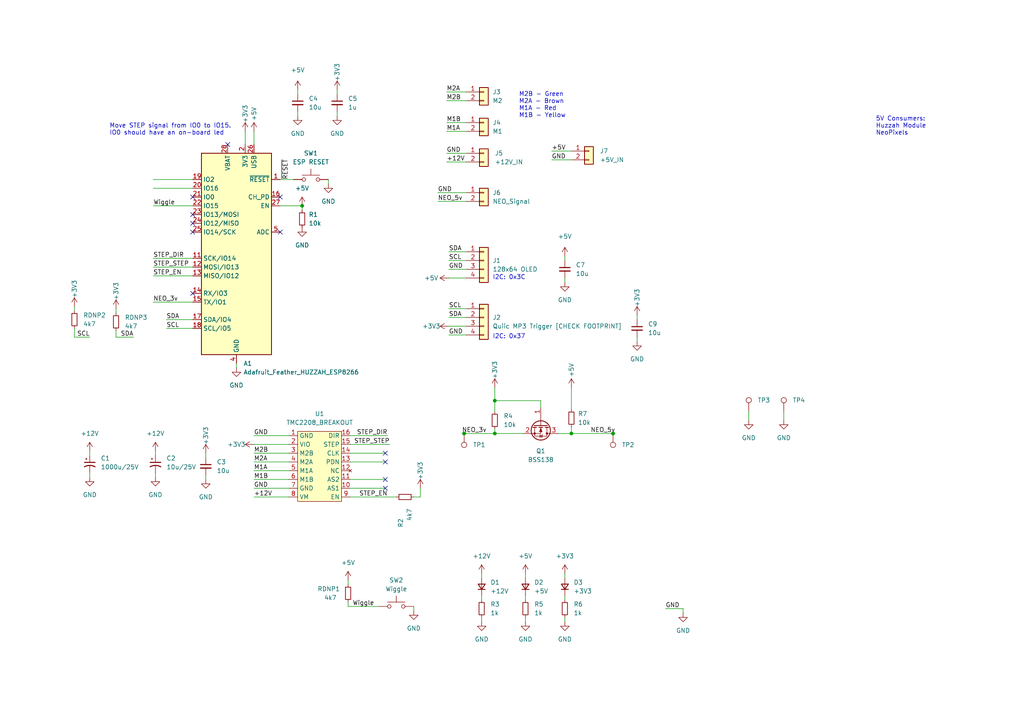
<source format=kicad_sch>
(kicad_sch (version 20211123) (generator eeschema)
  (paper "A4")
  (title_block (title "Treatbot 3.0") (date "2022-03-06") (rev "1") (company "twitch.tv/baldengineer.com"))
  (lib_symbols
    (symbol "Connector_Generic:Conn_01x02" (pin_names (offset 1.016) hide)
      (property "Reference" "J" (at 0 2.54 0))
      (property "Value" "Conn_01x02" (at 0 -5.08 0))
      (symbol "Conn_01x02_1_1"
        (rectangle (start -1.27 -2.413) (end 0 -2.667) (stroke (width 0.1524)))
        (rectangle (start -1.27 0.127) (end 0 -0.127) (stroke (width 0.1524)))
        (rectangle (start -1.27 1.27) (end 1.27 -3.81) (stroke (width 0.254)) (fill (type background)))
        (pin passive line (at -5.08 0 0) (length 3.81) (name "Pin_1") (number "1"))
        (pin passive line (at -5.08 -2.54 0) (length 3.81) (name "Pin_2") (number "2"))
      )
    )
    (symbol "Connector_Generic:Conn_01x04" (pin_names (offset 1.016) hide)
      (property "Reference" "J" (at 0 5.08 0))
      (property "Value" "Conn_01x04" (at 0 -7.62 0))
      (symbol "Conn_01x04_1_1"
        (rectangle (start -1.27 -4.953) (end 0 -5.207) (stroke (width 0.1524)))
        (rectangle (start -1.27 -2.413) (end 0 -2.667) (stroke (width 0.1524)))
        (rectangle (start -1.27 0.127) (end 0 -0.127) (stroke (width 0.1524)))
        (rectangle (start -1.27 2.667) (end 0 2.413) (stroke (width 0.1524)))
        (rectangle (start -1.27 3.81) (end 1.27 -6.35) (stroke (width 0.254)) (fill (type background)))
        (pin passive line (at -5.08 2.54 0) (length 3.81) (name "Pin_1") (number "1"))
        (pin passive line (at -5.08 0 0) (length 3.81) (name "Pin_2") (number "2"))
        (pin passive line (at -5.08 -2.54 0) (length 3.81) (name "Pin_3") (number "3"))
        (pin passive line (at -5.08 -5.08 0) (length 3.81) (name "Pin_4") (number "4"))
      )
    )
    (symbol "Device:C_Polarized_Small_US" (pin_numbers hide) (pin_names (offset 0.254) hide)
      (property "Reference" "C" (at 0.254 1.778 0))
      (property "Value" "C_Polarized_Small_US" (at 0.254 -2.032 0))
      (symbol "C_Polarized_Small_US_0_1"
        (polyline (pts (xy -1.524 0.508) (xy 1.524 0.508)) (stroke (width 0.3048)))
        (polyline (pts (xy -1.27 1.524) (xy -0.762 1.524)))
        (polyline (pts (xy -1.016 1.27) (xy -1.016 1.778)))
        (arc (start 1.524 -0.762) (mid 0 -0.3734) (end -1.524 -0.762) (stroke (width 0.3048)))
      )
      (symbol "C_Polarized_Small_US_1_1"
        (pin passive line (at 0 2.54 270) (length 2.032) (name "~") (number "1"))
        (pin passive line (at 0 -2.54 90) (length 2.032) (name "~") (number "2"))
      )
    )
    (symbol "MCU_Module:Adafruit_Feather_HUZZAH_ESP8266"
      (property "Reference" "A1" (at 2.0194 -33.02 0))
      (property "Value" "Adafruit_Feather_HUZZAH_ESP8266" (at 2.0194 -35.56 0))
      (symbol "Adafruit_Feather_HUZZAH_ESP8266_0_1"
        (rectangle (start -10.16 27.94) (end 10.16 -30.48) (stroke (width 0.254)) (fill (type background)))
      )
      (symbol "Adafruit_Feather_HUZZAH_ESP8266_1_1"
        (pin input line (at 12.7 20.32 180) (length 2.54) (name "~{RESET}") (number "1"))
        (pin no_connect line (at 10.16 -7.62 180) (length 2.54) hide (name "NC") (number "10"))
        (pin bidirectional line (at -12.7 -2.54 0) (length 2.54) (name "SCK/IO14") (number "11"))
        (pin bidirectional line (at -12.7 -5.08 0) (length 2.54) (name "MOSI/IO13") (number "12"))
        (pin bidirectional line (at -12.7 -7.62 0) (length 2.54) (name "MISO/IO12") (number "13"))
        (pin bidirectional line (at -12.7 -12.7 0) (length 2.54) (name "RX/IO3") (number "14"))
        (pin bidirectional line (at -12.7 -15.24 0) (length 2.54) (name "TX/IO1") (number "15"))
        (pin bidirectional line (at 12.7 15.24 180) (length 2.54) (name "CH_PD") (number "16"))
        (pin bidirectional line (at -12.7 -20.32 0) (length 2.54) (name "SDA/IO4") (number "17"))
        (pin bidirectional line (at -12.7 -22.86 0) (length 2.54) (name "SCL/IO5") (number "18"))
        (pin bidirectional line (at -12.7 20.32 0) (length 2.54) (name "IO2") (number "19"))
        (pin power_out line (at 2.54 30.48 270) (length 2.54) (name "3V3") (number "2"))
        (pin bidirectional line (at -12.7 17.78 0) (length 2.54) (name "IO16") (number "20"))
        (pin bidirectional line (at -12.7 15.24 0) (length 2.54) (name "IO0") (number "21"))
        (pin bidirectional line (at -12.7 12.7 0) (length 2.54) (name "IO15") (number "22"))
        (pin bidirectional line (at -12.7 10.16 0) (length 2.54) (name "IO13/MOSI") (number "23"))
        (pin bidirectional line (at -12.7 7.62 0) (length 2.54) (name "IO12/MISO") (number "24"))
        (pin bidirectional line (at -12.7 5.08 0) (length 2.54) (name "IO14/SCK") (number "25"))
        (pin power_in line (at 5.08 30.48 270) (length 2.54) (name "USB") (number "26"))
        (pin input line (at 12.7 12.7 180) (length 2.54) (name "EN") (number "27"))
        (pin power_in line (at -2.54 30.48 270) (length 2.54) (name "VBAT") (number "28"))
        (pin no_connect line (at 10.16 10.16 180) (length 2.54) hide (name "NC") (number "3"))
        (pin power_out line (at 0 -33.02 90) (length 2.54) (name "GND") (number "4"))
        (pin bidirectional line (at 12.7 5.08 180) (length 2.54) (name "ADC") (number "5"))
        (pin no_connect line (at 10.16 2.54 180) (length 2.54) hide (name "NC") (number "6"))
        (pin no_connect line (at 10.16 0 180) (length 2.54) hide (name "NC") (number "7"))
        (pin no_connect line (at 10.16 -2.54 180) (length 2.54) hide (name "NC") (number "8"))
        (pin no_connect line (at 10.16 -5.08 180) (length 2.54) hide (name "NC") (number "9"))
      )
    )
    (symbol "My Library:C_0805" (pin_numbers hide) (pin_names (offset 0.254) hide)
      (property "Reference" "C" (at 0.254 1.778 0))
      (property "Value" "C_0805" (at 0.254 -2.032 0))
      (symbol "C_0805_0_1"
        (polyline (pts (xy -1.524 -0.508) (xy 1.524 -0.508)) (stroke (width 0.3302)))
        (polyline (pts (xy -1.524 0.508) (xy 1.524 0.508)) (stroke (width 0.3048)))
      )
      (symbol "C_0805_1_1"
        (pin passive line (at 0 2.54 270) (length 2.032) (name "~") (number "1"))
        (pin passive line (at 0 -2.54 90) (length 2.032) (name "~") (number "2"))
      )
    )
    (symbol "My Library:D_1206" (pin_numbers hide) (pin_names (offset 0.254) hide)
      (property "Reference" "D" (at -1.27 2.032 0))
      (property "Value" "D_1206" (at -3.81 -2.032 0))
      (symbol "D_1206_0_1"
        (polyline (pts (xy -0.762 -1.016) (xy -0.762 1.016)) (stroke (width 0.254)))
        (polyline (pts (xy -0.762 0) (xy 0.762 0)))
        (polyline (pts (xy 0.762 -1.016) (xy -0.762 0) (xy 0.762 1.016) (xy 0.762 -1.016)) (stroke (width 0.254)))
      )
      (symbol "D_1206_1_1"
        (pin passive line (at -2.54 0 0) (length 1.778) (name "K") (number "1"))
        (pin passive line (at 2.54 0 180) (length 1.778) (name "A") (number "2"))
      )
    )
    (symbol "My Library:R_0805" (pin_numbers hide) (pin_names (offset 0.254) hide)
      (property "Reference" "R" (at 0.762 0.508 0))
      (property "Value" "R_0805" (at 0.762 -1.016 0))
      (symbol "R_0805_0_1"
        (rectangle (start -0.762 1.778) (end 0.762 -1.778) (stroke (width 0.2032)))
      )
      (symbol "R_0805_1_1"
        (pin passive line (at 0 2.54 270) (length 0.762) (name "~") (number "1"))
        (pin passive line (at 0 -2.54 90) (length 0.762) (name "~") (number "2"))
      )
    )
    (symbol "My Library:TMC2208_BREAKOUT"
      (property "Reference" "U" (at 0 13.97 0))
      (property "Value" "TMC2208_BREAKOUT" (at 1.27 11.43 0))
      (symbol "TMC2208_BREAKOUT_0_1"
        (rectangle (start 6.35 -10.16) (end -6.35 10.16) (fill (type background)))
      )
      (symbol "TMC2208_BREAKOUT_1_1"
        (pin power_in line (at -8.89 8.89 0) (length 2.54) (name "GND") (number "1"))
        (pin input line (at 8.89 -6.35 180) (length 2.54) (name "AS1") (number "10"))
        (pin input line (at 8.89 -3.81 180) (length 2.54) (name "AS2") (number "11"))
        (pin no_connect line (at 8.89 -1.27 180) (length 2.54) (name "NC") (number "12"))
        (pin input line (at 8.89 1.27 180) (length 2.54) (name "PDN") (number "13"))
        (pin input line (at 8.89 3.81 180) (length 2.54) (name "CLK") (number "14"))
        (pin input line (at 8.89 6.35 180) (length 2.54) (name "STEP") (number "15"))
        (pin input line (at 8.89 8.89 180) (length 2.54) (name "DIR") (number "16"))
        (pin power_in line (at -8.89 6.35 0) (length 2.54) (name "VIO") (number "2"))
        (pin output line (at -8.89 3.81 0) (length 2.54) (name "M2B") (number "3"))
        (pin output line (at -8.89 1.27 0) (length 2.54) (name "M2A") (number "4"))
        (pin output line (at -8.89 -1.27 0) (length 2.54) (name "M1A") (number "5"))
        (pin output line (at -8.89 -3.81 0) (length 2.54) (name "M1B") (number "6"))
        (pin power_in line (at -8.89 -6.35 0) (length 2.54) (name "GND") (number "7"))
        (pin power_in line (at -8.89 -8.89 0) (length 2.54) (name "VM") (number "8"))
        (pin input line (at 8.89 -8.89 180) (length 2.54) (name "EN") (number "9"))
      )
    )
    (symbol "My Library:TestPoint_Harwin" (pin_numbers hide) (pin_names (offset 0.762) hide)
      (property "Reference" "TP" (at 0 6.858 0))
      (symbol "TestPoint_Harwin_0_1"
        (circle (center 0 3.302) (radius 0.762))
      )
      (symbol "TestPoint_Harwin_1_1"
        (pin passive line (at 0 0 90) (length 2.54) (name "1") (number "1"))
      )
    )
    (symbol "Switch:SW_Push" (pin_numbers hide) (pin_names (offset 1.016) hide)
      (property "Reference" "SW" (at 1.27 2.54 0))
      (property "Value" "SW_Push" (at 0 -1.524 0))
      (symbol "SW_Push_0_1"
        (circle (center -2.032 0) (radius 0.508))
        (polyline (pts (xy 0 1.27) (xy 0 3.048)))
        (polyline (pts (xy 2.54 1.27) (xy -2.54 1.27)))
        (circle (center 2.032 0) (radius 0.508))
        (pin passive line (at -5.08 0 0) (length 2.54) (name "1") (number "1"))
        (pin passive line (at 5.08 0 180) (length 2.54) (name "2") (number "2"))
      )
    )
    (symbol "Transistor_FET:BSS138" (pin_names hide)
      (property "Reference" "Q" (at 5.08 1.905 0))
      (property "Value" "BSS138" (at 5.08 0 0))
      (symbol "BSS138_0_1"
        (polyline (pts (xy 0.254 0) (xy -2.54 0)))
        (polyline (pts (xy 0.254 1.905) (xy 0.254 -1.905)) (stroke (width 0.254)))
        (polyline (pts (xy 0.762 -1.27) (xy 0.762 -2.286)) (stroke (width 0.254)))
        (polyline (pts (xy 0.762 0.508) (xy 0.762 -0.508)) (stroke (width 0.254)))
        (polyline (pts (xy 0.762 2.286) (xy 0.762 1.27)) (stroke (width 0.254)))
        (polyline (pts (xy 2.54 2.54) (xy 2.54 1.778)))
        (polyline (pts (xy 2.54 -2.54) (xy 2.54 0) (xy 0.762 0)))
        (polyline (pts (xy 0.762 -1.778) (xy 3.302 -1.778) (xy 3.302 1.778) (xy 0.762 1.778)))
        (polyline (pts (xy 1.016 0) (xy 2.032 0.381) (xy 2.032 -0.381) (xy 1.016 0)) (fill (type outline)))
        (polyline (pts (xy 2.794 0.508) (xy 2.921 0.381) (xy 3.683 0.381) (xy 3.81 0.254)))
        (polyline (pts (xy 3.302 0.381) (xy 2.921 -0.254) (xy 3.683 -0.254) (xy 3.302 0.381)))
        (circle (center 1.651 0) (radius 2.794) (stroke (width 0.254)))
        (circle (center 2.54 -1.778) (radius 0.254) (fill (type outline)))
        (circle (center 2.54 1.778) (radius 0.254) (fill (type outline)))
      )
      (symbol "BSS138_1_1"
        (pin input line (at -5.08 0 0) (length 2.54) (name "G") (number "1"))
        (pin passive line (at 2.54 -5.08 90) (length 2.54) (name "S") (number "2"))
        (pin passive line (at 2.54 5.08 270) (length 2.54) (name "D") (number "3"))
      )
    )
    (symbol "power:+12V" (power) (pin_names (offset 0))
      (property "Value" "+12V" (at 0 3.556 0))
      (symbol "+12V_0_1"
        (polyline (pts (xy -0.762 1.27) (xy 0 2.54)))
        (polyline (pts (xy 0 0) (xy 0 2.54)))
        (polyline (pts (xy 0 2.54) (xy 0.762 1.27)))
      )
      (symbol "+12V_1_1"
        (pin power_in line (at 0 0 90) (length 0) hide (name "+12V") (number "1"))
      )
    )
    (symbol "power:+3V3" (power) (pin_names (offset 0))
      (property "Value" "+3V3" (at 0 3.556 0))
      (symbol "+3V3_0_1"
        (polyline (pts (xy -0.762 1.27) (xy 0 2.54)))
        (polyline (pts (xy 0 0) (xy 0 2.54)))
        (polyline (pts (xy 0 2.54) (xy 0.762 1.27)))
      )
      (symbol "+3V3_1_1"
        (pin power_in line (at 0 0 90) (length 0) hide (name "+3V3") (number "1"))
      )
    )
    (symbol "power:+5V" (power) (pin_names (offset 0))
      (property "Value" "+5V" (at 0 3.556 0))
      (symbol "+5V_0_1"
        (polyline (pts (xy -0.762 1.27) (xy 0 2.54)))
        (polyline (pts (xy 0 0) (xy 0 2.54)))
        (polyline (pts (xy 0 2.54) (xy 0.762 1.27)))
      )
      (symbol "+5V_1_1"
        (pin power_in line (at 0 0 90) (length 0) hide (name "+5V") (number "1"))
      )
    )
    (symbol "power:GND" (power) (pin_names (offset 0))
      (property "Value" "GND" (at 0 -3.81 0))
      (symbol "GND_0_1"
        (polyline (pts (xy 0 0) (xy 0 -1.27) (xy 1.27 -1.27) (xy 0 -2.54) (xy -1.27 -1.27) (xy 0 -1.27)))
      )
      (symbol "GND_1_1"
        (pin power_in line (at 0 0 270) (length 0) hide (name "GND") (number "1"))
      )
    )
  )
  (junction (at 165.735 125.73))
  (junction (at 134.62 125.73))
  (junction (at 143.51 125.73))
  (junction (at 177.8 125.73))
  (junction (at 87.63 59.69))
  (junction (at 143.51 116.205))
  (no_connect (at 81.28 57.15))
  (no_connect (at 81.28 67.31))
  (no_connect (at 55.88 62.23))
  (no_connect (at 55.88 64.77))
  (no_connect (at 55.88 67.31))
  (no_connect (at 55.88 57.15))
  (no_connect (at 66.04 41.91))
  (no_connect (at 55.88 85.09))
  (no_connect (at 111.76 141.605))
  (no_connect (at 111.76 139.065))
  (no_connect (at 111.76 131.445))
  (no_connect (at 111.76 133.985))
  (wire (pts (xy 73.66 136.525) (xy 83.82 136.525)))
  (wire (pts (xy 21.59 97.79) (xy 21.59 95.25)))
  (wire (pts (xy 120.015 144.145) (xy 121.92 144.145)))
  (wire (pts (xy 130.175 94.615) (xy 135.255 94.615)))
  (wire (pts (xy 86.36 26.035) (xy 86.36 27.305)))
  (wire (pts (xy 227.33 119.38) (xy 227.33 121.92)))
  (wire (pts (xy 95.25 52.07) (xy 95.25 53.34)))
  (wire (pts (xy 101.6 144.145) (xy 114.935 144.145)))
  (wire (pts (xy 127 58.42) (xy 135.255 58.42)))
  (wire (pts (xy 130.175 75.565) (xy 135.255 75.565)))
  (wire (pts (xy 100.965 175.895) (xy 109.855 175.895)))
  (wire (pts (xy 152.4 179.07) (xy 152.4 180.34)))
  (wire (pts (xy 97.79 32.385) (xy 97.79 33.655)))
  (wire (pts (xy 163.83 80.645) (xy 163.83 81.915)))
  (wire (pts (xy 121.92 144.145) (xy 121.92 141.605)))
  (wire (pts (xy 130.175 92.075) (xy 135.255 92.075)))
  (wire (pts (xy 198.12 177.8) (xy 198.12 176.53)))
  (wire (pts (xy 139.7 166.37) (xy 139.7 167.64)))
  (wire (pts (xy 163.83 166.37) (xy 163.83 167.64)))
  (wire (pts (xy 143.51 124.46) (xy 143.51 125.73)))
  (wire (pts (xy 130.175 97.155) (xy 135.255 97.155)))
  (wire (pts (xy 87.63 59.69) (xy 87.63 60.96)))
  (wire (pts (xy 73.66 128.905) (xy 83.82 128.905)))
  (wire (pts (xy 160.02 46.355) (xy 165.735 46.355)))
  (wire (pts (xy 71.12 38.1) (xy 71.12 41.91)))
  (wire (pts (xy 26.035 137.16) (xy 26.035 138.43)))
  (wire (pts (xy 177.8 125.73) (xy 165.735 125.73)))
  (wire (pts (xy 73.66 133.985) (xy 83.82 133.985)))
  (wire (pts (xy 97.79 26.035) (xy 97.79 27.305)))
  (wire (pts (xy 33.655 97.79) (xy 33.655 95.885)))
  (wire (pts (xy 152.4 166.37) (xy 152.4 167.64)))
  (wire (pts (xy 156.845 118.11) (xy 156.845 116.205)))
  (wire (pts (xy 44.45 74.93) (xy 55.88 74.93)))
  (wire (pts (xy 100.965 175.895) (xy 100.965 174.625)))
  (wire (pts (xy 184.785 97.79) (xy 184.785 99.06)))
  (wire (pts (xy 165.735 123.825) (xy 165.735 125.73)))
  (wire (pts (xy 101.6 133.985) (xy 111.76 133.985)))
  (wire (pts (xy 133.985 125.73) (xy 134.62 125.73)))
  (wire (pts (xy 44.45 80.01) (xy 55.88 80.01)))
  (wire (pts (xy 129.54 29.21) (xy 135.255 29.21)))
  (wire (pts (xy 44.45 87.63) (xy 55.88 87.63)))
  (wire (pts (xy 139.7 172.72) (xy 139.7 173.99)))
  (wire (pts (xy 73.66 141.605) (xy 83.82 141.605)))
  (wire (pts (xy 129.54 38.1) (xy 135.255 38.1)))
  (wire (pts (xy 134.62 125.73) (xy 143.51 125.73)))
  (wire (pts (xy 101.6 128.905) (xy 113.03 128.905)))
  (wire (pts (xy 160.02 43.815) (xy 165.735 43.815)))
  (wire (pts (xy 130.175 80.645) (xy 135.255 80.645)))
  (wire (pts (xy 44.45 54.61) (xy 55.88 54.61)))
  (wire (pts (xy 129.54 44.45) (xy 135.255 44.45)))
  (wire (pts (xy 217.17 119.38) (xy 217.17 121.92)))
  (wire (pts (xy 59.69 137.795) (xy 59.69 139.065)))
  (wire (pts (xy 33.655 97.79) (xy 38.735 97.79)))
  (wire (pts (xy 33.655 89.535) (xy 33.655 90.805)))
  (wire (pts (xy 165.735 125.73) (xy 161.925 125.73)))
  (wire (pts (xy 163.83 172.72) (xy 163.83 173.99)))
  (wire (pts (xy 130.175 78.105) (xy 135.255 78.105)))
  (wire (pts (xy 193.04 176.53) (xy 198.12 176.53)))
  (wire (pts (xy 73.66 139.065) (xy 83.82 139.065)))
  (wire (pts (xy 73.66 38.1) (xy 73.66 41.91)))
  (wire (pts (xy 101.6 131.445) (xy 111.76 131.445)))
  (wire (pts (xy 44.45 52.07) (xy 55.88 52.07)))
  (wire (pts (xy 156.845 116.205) (xy 143.51 116.205)))
  (wire (pts (xy 81.28 59.69) (xy 87.63 59.69)))
  (wire (pts (xy 152.4 172.72) (xy 152.4 173.99)))
  (wire (pts (xy 59.69 131.445) (xy 59.69 132.715)))
  (wire (pts (xy 73.66 144.145) (xy 83.82 144.145)))
  (wire (pts (xy 139.7 179.07) (xy 139.7 180.34)))
  (wire (pts (xy 101.6 139.065) (xy 111.76 139.065)))
  (wire (pts (xy 48.26 95.25) (xy 55.88 95.25)))
  (wire (pts (xy 143.51 125.73) (xy 151.765 125.73)))
  (wire (pts (xy 45.085 137.16) (xy 45.085 138.43)))
  (wire (pts (xy 129.54 26.67) (xy 135.255 26.67)))
  (wire (pts (xy 44.45 59.69) (xy 55.88 59.69)))
  (wire (pts (xy 45.085 130.81) (xy 45.085 132.08)))
  (wire (pts (xy 129.54 46.99) (xy 135.255 46.99)))
  (wire (pts (xy 127 55.88) (xy 135.255 55.88)))
  (wire (pts (xy 101.6 126.365) (xy 112.395 126.365)))
  (wire (pts (xy 130.175 73.025) (xy 135.255 73.025)))
  (wire (pts (xy 68.58 105.41) (xy 68.58 106.68)))
  (wire (pts (xy 73.66 126.365) (xy 83.82 126.365)))
  (wire (pts (xy 44.45 77.47) (xy 55.88 77.47)))
  (wire (pts (xy 21.59 88.9) (xy 21.59 90.17)))
  (wire (pts (xy 101.6 141.605) (xy 111.76 141.605)))
  (wire (pts (xy 26.035 130.81) (xy 26.035 132.08)))
  (wire (pts (xy 129.54 35.56) (xy 135.255 35.56)))
  (wire (pts (xy 81.28 52.07) (xy 85.09 52.07)))
  (wire (pts (xy 184.785 91.44) (xy 184.785 92.71)))
  (wire (pts (xy 165.735 112.395) (xy 165.735 118.745)))
  (wire (pts (xy 120.015 175.895) (xy 120.015 177.165)))
  (wire (pts (xy 163.83 74.295) (xy 163.83 75.565)))
  (wire (pts (xy 48.26 92.71) (xy 55.88 92.71)))
  (wire (pts (xy 163.83 179.07) (xy 163.83 180.34)))
  (wire (pts (xy 143.51 112.395) (xy 143.51 116.205)))
  (wire (pts (xy 178.435 125.73) (xy 177.8 125.73)))
  (wire (pts (xy 143.51 116.205) (xy 143.51 119.38)))
  (wire (pts (xy 130.175 89.535) (xy 135.255 89.535)))
  (wire (pts (xy 86.36 32.385) (xy 86.36 33.655)))
  (wire (pts (xy 21.59 97.79) (xy 26.035 97.79)))
  (wire (pts (xy 73.66 131.445) (xy 83.82 131.445)))
  (wire (pts (xy 100.965 169.545) (xy 100.965 168.275)))
  (text "5V Consumers:\nHuzzah Module\nNeoPixels" (at 254 39.37 0) (effects (font (size 1.27 1.27)) (justify left bottom)))
  (text "Move STEP signal from IO0 to IO15.\nIO0 should have an on-board led" (at 31.75 39.37 0) (effects (font (size 1.27 1.27)) (justify left bottom)))
  (text "I2C: 0x37" (at 142.875 98.425 0) (effects (font (size 1.27 1.27)) (justify left bottom)))
  (text "I2C: 0x3C" (at 142.875 81.28 0) (effects (font (size 1.27 1.27)) (justify left bottom)))
  (text "M2B - Green\nM2A - Brown\nM1A - Red\nM1B - Yellow" (at 150.495 34.29 0) (effects (font (size 1.27 1.27)) (justify left bottom)))
  (label "M2B" (at 129.54 29.21 0))
  (label "GND" (at 160.02 46.355 0))
  (label "NEO_5v" (at 127 58.42 0))
  (label "STEP_EN" (at 112.395 144.145 180))
  (label "GND" (at 73.66 126.365 0))
  (label "GND" (at 130.175 97.155 0))
  (label "STEP_DIR" (at 44.45 74.93 0))
  (label "NEO_5v" (at 178.435 125.73 180))
  (label "M2B" (at 73.66 131.445 0))
  (label "Wiggle" (at 102.235 175.895 0))
  (label "SCL" (at 48.26 95.25 0))
  (label "SDA" (at 130.175 73.025 0))
  (label "~{RESET}" (at 83.82 52.07 90))
  (label "GND" (at 127 55.88 0))
  (label "M2A" (at 73.66 133.985 0))
  (label "GND" (at 129.54 44.45 0))
  (label "STEP_STEP" (at 113.03 128.905 180))
  (label "NEO_3v" (at 44.45 87.63 0))
  (label "+5V" (at 160.02 43.815 0))
  (label "M1A" (at 129.54 38.1 0))
  (label "M1B" (at 73.66 139.065 0))
  (label "SDA" (at 48.26 92.71 0))
  (label "+12V" (at 129.54 46.99 0))
  (label "SCL" (at 26.035 97.79 180))
  (label "+12V" (at 73.66 144.145 0))
  (label "NEO_3v" (at 133.985 125.73 0))
  (label "GND" (at 130.175 78.105 0))
  (label "SDA" (at 38.735 97.79 180))
  (label "GND" (at 193.04 176.53 0))
  (label "STEP_EN" (at 44.45 80.01 0))
  (label "SCL" (at 130.175 89.535 0))
  (label "SDA" (at 130.175 92.075 0))
  (label "Wiggle" (at 44.45 59.69 0))
  (label "GND" (at 73.66 141.605 0))
  (label "M2A" (at 129.54 26.67 0))
  (label "SCL" (at 130.175 75.565 0))
  (label "STEP_DIR" (at 112.395 126.365 180))
  (label "STEP_STEP" (at 44.45 77.47 0))
  (label "M1A" (at 73.66 136.525 0))
  (label "M1B" (at 129.54 35.56 0))
  (symbol (lib_id "Connector_Generic:Conn_01x04") (at 140.335 75.565 0) (unit 1)
    (property "Reference" "J1" (at 142.875 75.5649 0) (effects (justify left)))
    (property "Value" "128x64 OLED" (at 142.875 78.1049 0) (effects (justify left)))
    (property "Footprint" "Connector_PinSocket_2.54mm:PinSocket_1x04_P2.54mm_Vertical" (effects hide))
  )
  (symbol (lib_id "power:GND") (at 97.79 33.655 0) (unit 1)
    (property "Reference" "#PWR0137" (effects hide))
    (property "Value" "GND" (at 97.79 38.735 0))
  )
  (symbol (lib_id "power:+5V") (at 165.735 112.395 0) (unit 1)
    (property "Reference" "#PWR0130" (effects hide))
    (property "Value" "+5V" (at 165.735 107.315 90))
  )
  (symbol (lib_id "power:+3V3") (at 59.69 131.445 0) (unit 1)
    (property "Reference" "#PWR0119" (effects hide))
    (property "Value" "+3V3" (at 59.69 126.365 90))
  )
  (symbol (lib_id "power:GND") (at 86.36 33.655 0) (unit 1)
    (property "Reference" "#PWR0134" (effects hide))
    (property "Value" "GND" (at 86.36 38.735 0))
  )
  (symbol (lib_id "My Library:R_0805") (at 33.655 93.345 0) (unit 1)
    (property "Reference" "RDNP3" (at 36.195 92.0749 0) (effects (justify left)))
    (property "Value" "4k7" (at 36.195 94.6149 0) (effects (justify left)))
    (property "Footprint" "Resistor_SMD:R_0805_2012Metric" (effects hide))
  )
  (symbol (lib_id "power:GND") (at 139.7 180.34 0) (unit 1)
    (property "Reference" "#PWR0124" (effects hide))
    (property "Value" "GND" (at 139.7 185.42 0))
  )
  (symbol (lib_id "Connector_Generic:Conn_01x02") (at 140.335 44.45 0) (unit 1)
    (property "Reference" "J5" (at 143.51 44.4499 0) (effects (justify left)))
    (property "Value" "+12V_IN" (at 143.51 46.9899 0) (effects (justify left)))
    (property "Footprint" "TerminalBlock:TerminalBlock_Altech_AK300-2_P5.00mm" (effects hide))
  )
  (symbol (lib_id "power:GND") (at 68.58 106.68 0) (unit 1)
    (property "Reference" "#PWR0122" (effects hide))
    (property "Value" "GND" (at 68.58 111.76 0))
  )
  (symbol (lib_id "Connector_Generic:Conn_01x04") (at 140.335 92.075 0) (unit 1)
    (property "Reference" "J2" (at 142.875 92.0749 0) (effects (justify left)))
    (property "Value" "Quiic MP3 Trigger [CHECK FOOTPRINT]" (at 142.875 94.6149 0) (effects (justify left)))
    (property "Footprint" "Connector_PinSocket_2.54mm:PinSocket_1x04_P2.54mm_Vertical" (effects hide))
  )
  (symbol (lib_id "My Library:C_0805") (at 163.83 78.105 0) (unit 1)
    (property "Reference" "C7" (at 167.005 76.8412 0) (effects (justify left)))
    (property "Value" "10u" (at 167.005 79.3812 0) (effects (justify left)))
    (property "Footprint" "Capacitor_SMD:C_0805_2012Metric" (effects hide))
  )
  (symbol (lib_id "power:GND") (at 59.69 139.065 0) (unit 1)
    (property "Reference" "#PWR0120" (effects hide))
    (property "Value" "GND" (at 59.69 144.145 0))
  )
  (symbol (lib_id "My Library:C_0805") (at 86.36 29.845 0) (unit 1)
    (property "Reference" "C4" (at 89.535 28.5812 0) (effects (justify left)))
    (property "Value" "10u" (at 89.535 31.1212 0) (effects (justify left)))
    (property "Footprint" "Capacitor_SMD:C_0805_2012Metric" (effects hide))
  )
  (symbol (lib_id "power:+3V3") (at 130.175 94.615 90) (unit 1)
    (property "Reference" "#PWR?" (effects hide))
    (property "Value" "+3V3" (at 125.095 94.615 90))
  )
  (symbol (lib_id "power:+5V") (at 87.63 59.69 0) (unit 1)
    (property "Reference" "#PWR0110" (effects hide))
    (property "Value" "+5V" (at 87.63 54.61 0))
  )
  (symbol (lib_id "My Library:D_1206") (at 139.7 170.18 90) (unit 1)
    (property "Reference" "D1" (at 142.24 168.9099 90) (effects (justify right)))
    (property "Value" "+12V" (at 142.24 171.4499 90) (effects (justify right)))
    (property "Footprint" "LED_SMD:LED_1206_3216Metric" (effects hide))
  )
  (symbol (lib_id "power:GND") (at 227.33 121.92 0) (unit 1)
    (property "Reference" "#PWR0108" (effects hide))
    (property "Value" "GND" (at 227.33 127 0))
  )
  (symbol (lib_id "MCU_Module:Adafruit_Feather_HUZZAH_ESP8266") (at 68.58 72.39 0) (unit 1)
    (property "Reference" "A1" (at 70.5994 105.41 0) (effects (justify left)))
    (property "Value" "Adafruit_Feather_HUZZAH_ESP8266" (at 70.5994 107.95 0) (effects (justify left)))
    (property "Footprint" "Module:Adafruit_Feather" (effects hide))
    (property "Datasheet" "https://cdn-learn.adafruit.com/downloads/pdf/adafruit-feather-huzzah-esp8266.pdf" (effects hide))
  )
  (symbol (lib_id "Connector_Generic:Conn_01x02") (at 140.335 55.88 0) (unit 1)
    (property "Reference" "J6" (at 142.875 55.8799 0) (effects (justify left)))
    (property "Value" "NEO_Signal" (at 142.875 58.4199 0) (effects (justify left)))
    (property "Footprint" "TerminalBlock:TerminalBlock_Altech_AK300-2_P5.00mm" (effects hide))
  )
  (symbol (lib_id "My Library:R_0805") (at 143.51 121.92 0) (unit 1)
    (property "Reference" "R4" (at 146.05 120.6499 0) (effects (justify left)))
    (property "Value" "10k" (at 146.05 123.1899 0) (effects (justify left)))
    (property "Footprint" "Resistor_SMD:R_0805_2012Metric" (effects hide))
  )
  (symbol (lib_id "power:+12V") (at 26.035 130.81 0) (unit 1)
    (property "Reference" "#PWR0117" (effects hide))
    (property "Value" "+12V" (at 26.035 125.73 0))
  )
  (symbol (lib_id "power:+5V") (at 152.4 166.37 0) (unit 1)
    (property "Reference" "#PWR0126" (effects hide))
    (property "Value" "+5V" (at 152.4 161.29 0))
  )
  (symbol (lib_id "power:GND") (at 87.63 66.04 0) (unit 1)
    (property "Reference" "#PWR0111" (effects hide))
    (property "Value" "GND" (at 87.63 71.12 0))
  )
  (symbol (lib_id "power:+5V") (at 130.175 80.645 90) (unit 1)
    (property "Reference" "#PWR?" (effects hide))
    (property "Value" "+5V" (at 125.095 80.645 90))
  )
  (symbol (lib_id "power:GND") (at 198.12 177.8 0) (unit 1)
    (property "Reference" "#PWR0129" (effects hide))
    (property "Value" "GND" (at 198.12 182.88 0))
  )
  (symbol (lib_id "My Library:R_0805") (at 163.83 176.53 0) (unit 1)
    (property "Reference" "R6" (at 166.37 175.2599 0) (effects (justify left)))
    (property "Value" "1k" (at 166.37 177.7999 0) (effects (justify left)))
    (property "Footprint" "Resistor_SMD:R_0805_2012Metric" (effects hide))
  )
  (symbol (lib_id "My Library:C_0805") (at 97.79 29.845 0) (unit 1)
    (property "Reference" "C5" (at 100.965 28.5812 0) (effects (justify left)))
    (property "Value" "1u" (at 100.965 31.1212 0) (effects (justify left)))
    (property "Footprint" "Capacitor_SMD:C_0805_2012Metric" (effects hide))
  )
  (symbol (lib_id "My Library:R_0805") (at 117.475 144.145 90) (unit 1)
    (property "Reference" "R2" (at 116.205 153.035 0) (effects (justify left)))
    (property "Value" "4k7" (at 118.745 151.13 0) (effects (justify left)))
    (property "Footprint" "Resistor_SMD:R_0805_2012Metric" (effects hide))
  )
  (symbol (lib_id "power:GND") (at 45.085 138.43 0) (unit 1)
    (property "Reference" "#PWR0121" (effects hide))
    (property "Value" "GND" (at 45.085 143.51 0))
  )
  (symbol (lib_id "power:+3V3") (at 163.83 166.37 0) (unit 1)
    (property "Reference" "#PWR0127" (effects hide))
    (property "Value" "+3V3" (at 163.83 161.29 0))
  )
  (symbol (lib_id "power:+3V3") (at 33.655 89.535 0) (unit 1)
    (property "Reference" "#PWR0105" (effects hide))
    (property "Value" "+3V3" (at 33.655 84.455 90))
  )
  (symbol (lib_id "power:+5V") (at 73.66 38.1 0) (unit 1)
    (property "Reference" "#PWR0132" (effects hide))
    (property "Value" "+5V" (at 73.66 33.02 90))
  )
  (symbol (lib_id "power:+5V") (at 163.83 74.295 0) (unit 1)
    (property "Reference" "#PWR0106" (effects hide))
    (property "Value" "+5V" (at 163.83 68.58 0))
  )
  (symbol (lib_id "Switch:SW_Push") (at 114.935 175.895 0) (unit 1)
    (property "Reference" "SW2" (at 114.935 168.275 0))
    (property "Value" "Wiggle" (at 114.935 170.815 0))
    (property "Footprint" "My Libraries:SW_Push_CK_PTS525_SM15" (effects hide))
  )
  (symbol (lib_id "My Library:C_0805") (at 184.785 95.25 0) (unit 1)
    (property "Reference" "C9" (at 187.96 93.9862 0) (effects (justify left)))
    (property "Value" "10u" (at 187.96 96.5262 0) (effects (justify left)))
    (property "Footprint" "Capacitor_SMD:C_0805_2012Metric" (effects hide))
  )
  (symbol (lib_id "My Library:D_1206") (at 152.4 170.18 90) (unit 1)
    (property "Reference" "D2" (at 154.94 168.9099 90) (effects (justify right)))
    (property "Value" "+5V" (at 154.94 171.4499 90) (effects (justify right)))
    (property "Footprint" "LED_SMD:LED_1206_3216Metric" (effects hide))
  )
  (symbol (lib_id "My Library:R_0805") (at 21.59 92.71 0) (unit 1)
    (property "Reference" "RDNP2" (at 24.13 91.4399 0) (effects (justify left)))
    (property "Value" "4k7" (at 24.13 93.9799 0) (effects (justify left)))
    (property "Footprint" "Resistor_SMD:R_0805_2012Metric" (effects hide))
  )
  (symbol (lib_id "power:+3V3") (at 71.12 38.1 0) (unit 1)
    (property "Reference" "#PWR0133" (effects hide))
    (property "Value" "+3V3" (at 71.12 33.02 90))
  )
  (symbol (lib_id "My Library:R_0805") (at 165.735 121.285 0) (unit 1)
    (property "Reference" "R7" (at 167.64 120.0149 0) (effects (justify left)))
    (property "Value" "10k" (at 167.64 122.5549 0) (effects (justify left)))
    (property "Footprint" "Resistor_SMD:R_0805_2012Metric" (effects hide))
  )
  (symbol (lib_id "power:GND") (at 184.785 99.06 0) (unit 1)
    (property "Reference" "#PWR0102" (effects hide))
    (property "Value" "GND" (at 184.785 104.14 0))
  )
  (symbol (lib_id "My Library:D_1206") (at 163.83 170.18 90) (unit 1)
    (property "Reference" "D3" (at 166.37 168.9099 90) (effects (justify right)))
    (property "Value" "+3V3" (at 166.37 171.4499 90) (effects (justify right)))
    (property "Footprint" "LED_SMD:LED_1206_3216Metric" (effects hide))
  )
  (symbol (lib_id "power:+3V3") (at 143.51 112.395 0) (unit 1)
    (property "Reference" "#PWR0131" (effects hide))
    (property "Value" "+3V3" (at 143.51 107.315 90))
  )
  (symbol (lib_id "power:+3V3") (at 121.92 141.605 0) (unit 1)
    (property "Reference" "#PWR0113" (effects hide))
    (property "Value" "+3V3" (at 121.92 136.525 90))
  )
  (symbol (lib_id "Connector_Generic:Conn_01x02") (at 170.815 43.815 0) (unit 1)
    (property "Reference" "J7" (at 173.99 43.8149 0) (effects (justify left)))
    (property "Value" "+5V_IN" (at 173.99 46.3549 0) (effects (justify left)))
    (property "Footprint" "Connector_PinHeader_2.54mm:PinHeader_1x02_P2.54mm_Vertical" (effects hide))
  )
  (symbol (lib_id "power:+3V3") (at 184.785 91.44 0) (unit 1)
    (property "Reference" "#PWR0101" (effects hide))
    (property "Value" "+3V3" (at 184.785 86.36 90))
  )
  (symbol (lib_id "power:+5V") (at 100.965 168.275 0) (unit 1)
    (property "Reference" "#PWR0112" (effects hide))
    (property "Value" "+5V" (at 100.965 163.195 0))
  )
  (symbol (lib_id "power:+12V") (at 45.085 130.81 0) (unit 1)
    (property "Reference" "#PWR0116" (effects hide))
    (property "Value" "+12V" (at 45.085 125.73 0))
  )
  (symbol (lib_id "Device:C_Polarized_Small_US") (at 26.035 134.62 0) (unit 1)
    (property "Reference" "C1" (at 29.21 132.9181 0) (effects (justify left)))
    (property "Value" "1000u/25V" (at 29.21 135.4581 0) (effects (justify left)))
    (property "Footprint" "Capacitor_THT:CP_Radial_D13.0mm_P5.00mm" (effects hide))
  )
  (symbol (lib_id "My Library:R_0805") (at 152.4 176.53 0) (unit 1)
    (property "Reference" "R5" (at 154.94 175.2599 0) (effects (justify left)))
    (property "Value" "1k" (at 154.94 177.7999 0) (effects (justify left)))
    (property "Footprint" "Resistor_SMD:R_0805_2012Metric" (effects hide))
  )
  (symbol (lib_id "My Library:TMC2208_BREAKOUT") (at 92.71 135.255 0) (unit 1)
    (property "Reference" "U1" (at 92.71 120.015 0))
    (property "Value" "TMC2208_BREAKOUT" (at 92.71 122.555 0))
    (property "Footprint" "My Libraries:DIP-16_W12.7mm" (effects hide))
    (property "Datasheet" "https://wiki.fysetc.com/TMC2208/" (effects hide))
  )
  (symbol (lib_id "My Library:TestPoint_Harwin") (at 134.62 125.73 180) (unit 1)
    (property "Reference" "TP1" (at 137.16 129.0319 0) (effects (justify right)))
    (property "Value" "TestPoint_Harwin" (effects hide))
    (property "Footprint" "My Libraries:Harwin-S1751-46-Test-Point" (effects hide))
  )
  (symbol (lib_id "My Library:R_0805") (at 100.965 172.085 0) (unit 1)
    (property "Reference" "RDNP1" (at 92.075 170.815 0) (effects (justify left)))
    (property "Value" "4k7" (at 93.98 173.355 0) (effects (justify left)))
    (property "Footprint" "Resistor_SMD:R_0805_2012Metric" (effects hide))
  )
  (symbol (lib_id "power:GND") (at 163.83 81.915 0) (unit 1)
    (property "Reference" "#PWR0103" (effects hide))
    (property "Value" "GND" (at 163.83 86.995 0))
  )
  (symbol (lib_id "My Library:TestPoint_Harwin") (at 227.33 119.38 0) (unit 1)
    (property "Reference" "TP4" (at 229.87 116.0779 0) (effects (justify left)))
    (property "Value" "TestPoint_Harwin" (effects hide))
    (property "Footprint" "My Libraries:Harwin-S1751-46-Test-Point" (effects hide))
  )
  (symbol (lib_id "power:GND") (at 217.17 121.92 0) (unit 1)
    (property "Reference" "#PWR0107" (effects hide))
    (property "Value" "GND" (at 217.17 127 0))
  )
  (symbol (lib_id "My Library:R_0805") (at 139.7 176.53 0) (unit 1)
    (property "Reference" "R3" (at 142.24 175.2599 0) (effects (justify left)))
    (property "Value" "1k" (at 142.24 177.7999 0) (effects (justify left)))
    (property "Footprint" "Resistor_SMD:R_0805_2012Metric" (effects hide))
  )
  (symbol (lib_id "Device:C_Polarized_Small_US") (at 45.085 134.62 0) (unit 1)
    (property "Reference" "C2" (at 48.26 132.9181 0) (effects (justify left)))
    (property "Value" "10u/25V" (at 48.26 135.4581 0) (effects (justify left)))
    (property "Footprint" "Capacitor_THT:CP_Radial_D8.0mm_P3.80mm" (effects hide))
  )
  (symbol (lib_id "power:+3V3") (at 21.59 88.9 0) (unit 1)
    (property "Reference" "#PWR0104" (effects hide))
    (property "Value" "+3V3" (at 21.59 83.82 90))
  )
  (symbol (lib_id "power:+3V3") (at 73.66 128.905 90) (unit 1)
    (property "Reference" "#PWR0118" (effects hide))
    (property "Value" "+3V3" (at 68.58 128.905 90))
  )
  (symbol (lib_id "Connector_Generic:Conn_01x02") (at 140.335 26.67 0) (unit 1)
    (property "Reference" "J3" (at 142.875 26.6699 0) (effects (justify left)))
    (property "Value" "M2" (at 142.875 29.2099 0) (effects (justify left)))
    (property "Footprint" "TerminalBlock:TerminalBlock_Altech_AK300-2_P5.00mm" (effects hide))
  )
  (symbol (lib_id "power:+12V") (at 139.7 166.37 0) (unit 1)
    (property "Reference" "#PWR0128" (effects hide))
    (property "Value" "+12V" (at 139.7 161.29 0))
  )
  (symbol (lib_id "power:+3V3") (at 97.79 26.035 0) (unit 1)
    (property "Reference" "#PWR0136" (effects hide))
    (property "Value" "+3V3" (at 97.79 20.955 90))
  )
  (symbol (lib_id "My Library:TestPoint_Harwin") (at 177.8 125.73 180) (unit 1)
    (property "Reference" "TP2" (at 180.34 129.0319 0) (effects (justify right)))
    (property "Value" "TestPoint_Harwin" (effects hide))
    (property "Footprint" "My Libraries:Harwin-S1751-46-Test-Point" (effects hide))
  )
  (symbol (lib_id "Connector_Generic:Conn_01x02") (at 140.335 35.56 0) (unit 1)
    (property "Reference" "J4" (at 142.875 35.5599 0) (effects (justify left)))
    (property "Value" "M1" (at 142.875 38.0999 0) (effects (justify left)))
    (property "Footprint" "TerminalBlock:TerminalBlock_Altech_AK300-2_P5.00mm" (effects hide))
  )
  (symbol (lib_id "power:GND") (at 120.015 177.165 0) (unit 1)
    (property "Reference" "#PWR0114" (effects hide))
    (property "Value" "GND" (at 120.015 182.245 0))
  )
  (symbol (lib_id "power:GND") (at 95.25 53.34 0) (unit 1)
    (property "Reference" "#PWR0109" (effects hide))
    (property "Value" "GND" (at 95.25 58.42 0))
  )
  (symbol (lib_id "Transistor_FET:BSS138") (at 156.845 123.19 270) (unit 1)
    (property "Reference" "Q1" (at 156.845 130.81 90))
    (property "Value" "BSS138" (at 156.845 133.35 90))
    (property "Footprint" "Package_TO_SOT_SMD:SOT-23" (effects hide))
    (property "Datasheet" "https://www.onsemi.com/pub/Collateral/BSS138-D.PDF" (effects hide))
  )
  (symbol (lib_id "My Library:R_0805") (at 87.63 63.5 0) (unit 1)
    (property "Reference" "R1" (at 89.535 62.2299 0) (effects (justify left)))
    (property "Value" "10k" (at 89.535 64.7699 0) (effects (justify left)))
    (property "Footprint" "Resistor_SMD:R_0805_2012Metric" (effects hide))
  )
  (symbol (lib_id "My Library:TestPoint_Harwin") (at 217.17 119.38 0) (unit 1)
    (property "Reference" "TP3" (at 219.71 116.0779 0) (effects (justify left)))
    (property "Value" "TestPoint_Harwin" (effects hide))
    (property "Footprint" "My Libraries:Harwin-S1751-46-Test-Point" (effects hide))
  )
  (symbol (lib_id "power:GND") (at 152.4 180.34 0) (unit 1)
    (property "Reference" "#PWR0123" (effects hide))
    (property "Value" "GND" (at 152.4 185.42 0))
  )
  (symbol (lib_id "power:GND") (at 26.035 138.43 0) (unit 1)
    (property "Reference" "#PWR0115" (effects hide))
    (property "Value" "GND" (at 26.035 143.51 0))
  )
  (symbol (lib_id "power:GND") (at 163.83 180.34 0) (unit 1)
    (property "Reference" "#PWR0125" (effects hide))
    (property "Value" "GND" (at 163.83 185.42 0))
  )
  (symbol (lib_id "My Library:C_0805") (at 59.69 135.255 0) (unit 1)
    (property "Reference" "C3" (at 62.865 133.9912 0) (effects (justify left)))
    (property "Value" "10u" (at 62.865 136.5312 0) (effects (justify left)))
    (property "Footprint" "Capacitor_SMD:C_0805_2012Metric" (effects hide))
  )
  (symbol (lib_id "Switch:SW_Push") (at 90.17 52.07 0) (unit 1)
    (property "Reference" "SW1" (at 90.17 44.45 0))
    (property "Value" "ESP RESET" (at 90.17 46.99 0))
    (property "Footprint" "My Libraries:SW_Push_CK_PTS525_SM15" (effects hide))
  )
  (symbol (lib_id "power:+5V") (at 86.36 26.035 0) (unit 1)
    (property "Reference" "#PWR0135" (effects hide))
    (property "Value" "+5V" (at 86.36 20.32 0))
  )
)
</source>
